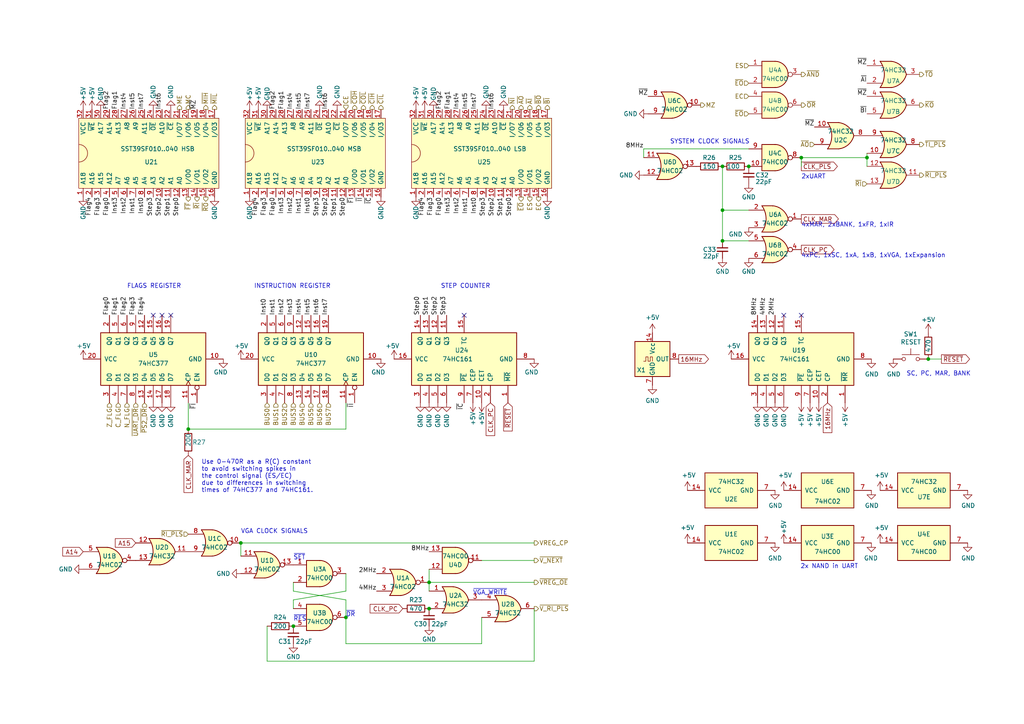
<source format=kicad_sch>
(kicad_sch (version 20231120) (generator "eeschema") (generator_version "8.0")
  (paper "A4")
  (title_block (title "Control Logic") (date "2024-10-10") (rev "1.1") (comment 2 "creativecommons.org/licenses/by-nc-sa/4.0/") (comment 3 "This work is licensed under CC BY-NC-SA 4.0") (comment 4 "Author: Carsten Herting (slu4)"))
  (lib_symbols
    (symbol "74xx:74HC00" (pin_names (offset 1.016))
      (property "Reference" "U" (at 0 1.27 0))
      (property "Value" "74HC00" (at 0 -1.27 0))
      (symbol "74HC00_1_1"
        (pin input line (at -7.62 2.54 0) (length 3.81) (name "~") (number "1"))
        (pin input line (at -7.62 -2.54 0) (length 3.81) (name "~") (number "2"))
        (pin output inverted (at 7.62 0 180) (length 3.81) (name "~") (number "3"))
      )
      (symbol "74HC00_1_2"
        (pin input inverted (at -7.62 2.54 0) (length 4.318) (name "~") (number "1"))
        (pin input inverted (at -7.62 -2.54 0) (length 4.318) (name "~") (number "2"))
        (pin output line (at 7.62 0 180) (length 3.81) (name "~") (number "3"))
      )
      (symbol "74HC00_2_1"
        (pin input line (at -7.62 2.54 0) (length 3.81) (name "~") (number "4"))
        (pin input line (at -7.62 -2.54 0) (length 3.81) (name "~") (number "5"))
        (pin output inverted (at 7.62 0 180) (length 3.81) (name "~") (number "6"))
      )
      (symbol "74HC00_2_2"
        (pin input inverted (at -7.62 2.54 0) (length 4.318) (name "~") (number "4"))
        (pin input inverted (at -7.62 -2.54 0) (length 4.318) (name "~") (number "5"))
        (pin output line (at 7.62 0 180) (length 3.81) (name "~") (number "6"))
      )
      (symbol "74HC00_3_1"
        (pin input line (at -7.62 -2.54 0) (length 3.81) (name "~") (number "10"))
        (pin output inverted (at 7.62 0 180) (length 3.81) (name "~") (number "8"))
        (pin input line (at -7.62 2.54 0) (length 3.81) (name "~") (number "9"))
      )
      (symbol "74HC00_3_2"
        (pin input inverted (at -7.62 -2.54 0) (length 4.318) (name "~") (number "10"))
        (pin output line (at 7.62 0 180) (length 3.81) (name "~") (number "8"))
        (pin input inverted (at -7.62 2.54 0) (length 4.318) (name "~") (number "9"))
      )
      (symbol "74HC00_4_1"
        (pin output inverted (at 7.62 0 180) (length 3.81) (name "~") (number "11"))
        (pin input line (at -7.62 2.54 0) (length 3.81) (name "~") (number "12"))
        (pin input line (at -7.62 -2.54 0) (length 3.81) (name "~") (number "13"))
      )
      (symbol "74HC00_4_2"
        (pin output line (at 7.62 0 180) (length 3.81) (name "~") (number "11"))
        (pin input inverted (at -7.62 2.54 0) (length 4.318) (name "~") (number "12"))
        (pin input inverted (at -7.62 -2.54 0) (length 4.318) (name "~") (number "13"))
      )
      (symbol "74HC00_5_0"
        (pin power_in line (at 0 12.7 270) (length 5.08) (name "VCC") (number "14"))
        (pin power_in line (at 0 -12.7 90) (length 5.08) (name "GND") (number "7"))
      )
    )
    (symbol "8-Bit CPU 32k-cache:74HC00" (pin_names (offset 1.016))
      (property "Reference" "U" (at 0 1.27 0))
      (property "Value" "74HC00" (at 0 -1.27 0))
      (symbol "74HC00_1_1"
        (pin input line (at -7.62 2.54 0) (length 3.81) (name "~") (number "1"))
        (pin input line (at -7.62 -2.54 0) (length 3.81) (name "~") (number "2"))
        (pin output inverted (at 7.62 0 180) (length 3.81) (name "~") (number "3"))
      )
      (symbol "74HC00_1_2"
        (pin input inverted (at -7.62 2.54 0) (length 4.318) (name "~") (number "1"))
        (pin input inverted (at -7.62 -2.54 0) (length 4.318) (name "~") (number "2"))
        (pin output line (at 7.62 0 180) (length 3.81) (name "~") (number "3"))
      )
      (symbol "74HC00_2_1"
        (pin input line (at -7.62 2.54 0) (length 3.81) (name "~") (number "4"))
        (pin input line (at -7.62 -2.54 0) (length 3.81) (name "~") (number "5"))
        (pin output inverted (at 7.62 0 180) (length 3.81) (name "~") (number "6"))
      )
      (symbol "74HC00_2_2"
        (pin input inverted (at -7.62 2.54 0) (length 4.318) (name "~") (number "4"))
        (pin input inverted (at -7.62 -2.54 0) (length 4.318) (name "~") (number "5"))
        (pin output line (at 7.62 0 180) (length 3.81) (name "~") (number "6"))
      )
      (symbol "74HC00_3_1"
        (pin input line (at -7.62 -2.54 0) (length 3.81) (name "~") (number "10"))
        (pin output inverted (at 7.62 0 180) (length 3.81) (name "~") (number "8"))
        (pin input line (at -7.62 2.54 0) (length 3.81) (name "~") (number "9"))
      )
      (symbol "74HC00_3_2"
        (pin input inverted (at -7.62 -2.54 0) (length 4.318) (name "~") (number "10"))
        (pin output line (at 7.62 0 180) (length 3.81) (name "~") (number "8"))
        (pin input inverted (at -7.62 2.54 0) (length 4.318) (name "~") (number "9"))
      )
      (symbol "74HC00_4_1"
        (pin output inverted (at 7.62 0 180) (length 3.81) (name "~") (number "11"))
        (pin input line (at -7.62 2.54 0) (length 3.81) (name "~") (number "12"))
        (pin input line (at -7.62 -2.54 0) (length 3.81) (name "~") (number "13"))
      )
      (symbol "74HC00_4_2"
        (pin output line (at 7.62 0 180) (length 3.81) (name "~") (number "11"))
        (pin input inverted (at -7.62 2.54 0) (length 4.318) (name "~") (number "12"))
        (pin input inverted (at -7.62 -2.54 0) (length 4.318) (name "~") (number "13"))
      )
      (symbol "74HC00_5_0"
        (pin power_in line (at 0 12.7 270) (length 5.08) (name "VCC") (number "14"))
        (pin power_in line (at 0 -12.7 90) (length 5.08) (name "GND") (number "7"))
      )
    )
    (symbol "8-Bit CPU 32k-cache:74HC02" (pin_names (offset 1.016))
      (property "Reference" "U" (at 0 1.27 0))
      (property "Value" "74HC02" (at 0 -1.27 0))
      (symbol "74HC02_1_1"
        (pin output inverted (at 7.62 0 180) (length 3.81) (name "~") (number "1"))
        (pin input line (at -7.62 2.54 0) (length 4.318) (name "~") (number "2"))
        (pin input line (at -7.62 -2.54 0) (length 4.318) (name "~") (number "3"))
      )
      (symbol "74HC02_1_2"
        (pin output line (at 7.62 0 180) (length 3.81) (name "~") (number "1"))
        (pin input inverted (at -7.62 2.54 0) (length 3.81) (name "~") (number "2"))
        (pin input inverted (at -7.62 -2.54 0) (length 3.81) (name "~") (number "3"))
      )
      (symbol "74HC02_2_1"
        (pin output inverted (at 7.62 0 180) (length 3.81) (name "~") (number "4"))
        (pin input line (at -7.62 2.54 0) (length 4.318) (name "~") (number "5"))
        (pin input line (at -7.62 -2.54 0) (length 4.318) (name "~") (number "6"))
      )
      (symbol "74HC02_2_2"
        (pin output line (at 7.62 0 180) (length 3.81) (name "~") (number "4"))
        (pin input inverted (at -7.62 2.54 0) (length 3.81) (name "~") (number "5"))
        (pin input inverted (at -7.62 -2.54 0) (length 3.81) (name "~") (number "6"))
      )
      (symbol "74HC02_3_1"
        (pin output inverted (at 7.62 0 180) (length 3.81) (name "~") (number "10"))
        (pin input line (at -7.62 2.54 0) (length 4.318) (name "~") (number "8"))
        (pin input line (at -7.62 -2.54 0) (length 4.318) (name "~") (number "9"))
      )
      (symbol "74HC02_3_2"
        (pin output line (at 7.62 0 180) (length 3.81) (name "~") (number "10"))
        (pin input inverted (at -7.62 2.54 0) (length 3.81) (name "~") (number "8"))
        (pin input inverted (at -7.62 -2.54 0) (length 3.81) (name "~") (number "9"))
      )
      (symbol "74HC02_4_1"
        (pin input line (at -7.62 2.54 0) (length 4.318) (name "~") (number "11"))
        (pin input line (at -7.62 -2.54 0) (length 4.318) (name "~") (number "12"))
        (pin output inverted (at 7.62 0 180) (length 3.81) (name "~") (number "13"))
      )
      (symbol "74HC02_4_2"
        (pin input inverted (at -7.62 2.54 0) (length 3.81) (name "~") (number "11"))
        (pin input inverted (at -7.62 -2.54 0) (length 3.81) (name "~") (number "12"))
        (pin output line (at 7.62 0 180) (length 3.81) (name "~") (number "13"))
      )
      (symbol "74HC02_5_0"
        (pin power_in line (at 0 12.7 270) (length 5.08) (name "VCC") (number "14"))
        (pin power_in line (at 0 -12.7 90) (length 5.08) (name "GND") (number "7"))
      )
    )
    (symbol "8-Bit CPU 32k-cache:Oscillator_ACO-xxxMHz" (pin_names (offset 0.254))
      (property "Reference" "X" (at -5.08 6.35 0))
      (property "Value" "Oscillator_ACO-xxxMHz" (at 1.27 -6.35 0))
      (symbol "Oscillator_ACO-xxxMHz_1_1"
        (pin no_connect line (at -7.62 0 0) (length 2.54) hide (name "NC") (number "1"))
        (pin power_in line (at 0 7.62 270) (length 2.54) (name "Vcc") (number "14"))
        (pin power_in line (at 0 -7.62 90) (length 2.54) (name "GND") (number "7"))
        (pin output line (at 7.62 0 180) (length 2.54) (name "OUT") (number "8"))
      )
    )
    (symbol "8-Bit CPU 32k:74HC161" (pin_names (offset 1.016))
      (property "Reference" "U" (at -7.62 16.51 0))
      (property "Value" "74HC161" (at -7.62 -16.51 0))
      (symbol "74HC161_1_0"
        (pin input line (at -12.7 -12.7 0) (length 5.08) (name "~{MR}") (number "1"))
        (pin input line (at -12.7 -5.08 0) (length 5.08) (name "CET") (number "10"))
        (pin output line (at 12.7 5.08 180) (length 5.08) (name "Q3") (number "11"))
        (pin output line (at 12.7 7.62 180) (length 5.08) (name "Q2") (number "12"))
        (pin output line (at 12.7 10.16 180) (length 5.08) (name "Q1") (number "13"))
        (pin output line (at 12.7 12.7 180) (length 5.08) (name "Q0") (number "14"))
        (pin output line (at 12.7 0 180) (length 5.08) (name "TC") (number "15"))
        (pin power_in line (at 0 20.32 270) (length 5.08) (name "VCC") (number "16"))
        (pin input line (at -12.7 -7.62 0) (length 5.08) (name "CP") (number "2"))
        (pin input line (at -12.7 12.7 0) (length 5.08) (name "D0") (number "3"))
        (pin input line (at -12.7 10.16 0) (length 5.08) (name "D1") (number "4"))
        (pin input line (at -12.7 7.62 0) (length 5.08) (name "D2") (number "5"))
        (pin input line (at -12.7 5.08 0) (length 5.08) (name "D3") (number "6"))
        (pin input line (at -12.7 -2.54 0) (length 5.08) (name "CEP") (number "7"))
        (pin power_in line (at 0 -20.32 90) (length 5.08) (name "GND") (number "8"))
        (pin input line (at -12.7 0 0) (length 5.08) (name "~{PE}") (number "9"))
      )
    )
    (symbol "8-Bit CPU 32k:74HC32" (pin_names (offset 1.016))
      (property "Reference" "U" (at 0 1.27 0))
      (property "Value" "74HC32" (at 0 -1.27 0))
      (symbol "74HC32_1_1"
        (pin input line (at -7.62 2.54 0) (length 4.318) (name "~") (number "1"))
        (pin input line (at -7.62 -2.54 0) (length 4.318) (name "~") (number "2"))
        (pin output line (at 7.62 0 180) (length 3.81) (name "~") (number "3"))
      )
      (symbol "74HC32_1_2"
        (pin input inverted (at -7.62 2.54 0) (length 3.81) (name "~") (number "1"))
        (pin input inverted (at -7.62 -2.54 0) (length 3.81) (name "~") (number "2"))
        (pin output inverted (at 7.62 0 180) (length 3.81) (name "~") (number "3"))
      )
      (symbol "74HC32_2_1"
        (pin input line (at -7.62 2.54 0) (length 4.318) (name "~") (number "4"))
        (pin input line (at -7.62 -2.54 0) (length 4.318) (name "~") (number "5"))
        (pin output line (at 7.62 0 180) (length 3.81) (name "~") (number "6"))
      )
      (symbol "74HC32_2_2"
        (pin input inverted (at -7.62 2.54 0) (length 3.81) (name "~") (number "4"))
        (pin input inverted (at -7.62 -2.54 0) (length 3.81) (name "~") (number "5"))
        (pin output inverted (at 7.62 0 180) (length 3.81) (name "~") (number "6"))
      )
      (symbol "74HC32_3_1"
        (pin input line (at -7.62 -2.54 0) (length 4.318) (name "~") (number "10"))
        (pin output line (at 7.62 0 180) (length 3.81) (name "~") (number "8"))
        (pin input line (at -7.62 2.54 0) (length 4.318) (name "~") (number "9"))
      )
      (symbol "74HC32_3_2"
        (pin input inverted (at -7.62 -2.54 0) (length 3.81) (name "~") (number "10"))
        (pin output inverted (at 7.62 0 180) (length 3.81) (name "~") (number "8"))
        (pin input inverted (at -7.62 2.54 0) (length 3.81) (name "~") (number "9"))
      )
      (symbol "74HC32_4_1"
        (pin output line (at 7.62 0 180) (length 3.81) (name "~") (number "11"))
        (pin input line (at -7.62 2.54 0) (length 4.318) (name "~") (number "12"))
        (pin input line (at -7.62 -2.54 0) (length 4.318) (name "~") (number "13"))
      )
      (symbol "74HC32_4_2"
        (pin output inverted (at 7.62 0 180) (length 3.81) (name "~") (number "11"))
        (pin input inverted (at -7.62 2.54 0) (length 3.81) (name "~") (number "12"))
        (pin input inverted (at -7.62 -2.54 0) (length 3.81) (name "~") (number "13"))
      )
      (symbol "74HC32_5_0"
        (pin power_in line (at 0 12.7 270) (length 5.08) (name "VCC") (number "14"))
        (pin power_in line (at 0 -12.7 90) (length 5.08) (name "GND") (number "7"))
      )
    )
    (symbol "8-Bit CPU 32k:74HC377" (pin_names (offset 1.016))
      (property "Reference" "U" (at 1.27 0 90))
      (property "Value" "74HC377" (at -1.27 0 90))
      (symbol "74HC377_1_0"
        (pin input inverted (at -12.7 -12.7 0) (length 5.08) (name "EN") (number "1"))
        (pin power_in line (at 0 -20.32 90) (length 5.08) (name "GND") (number "10"))
        (pin input clock (at -12.7 -10.16 0) (length 5.08) (name "CP") (number "11"))
        (pin output line (at 12.7 2.54 180) (length 5.08) (name "Q4") (number "12"))
        (pin input line (at -12.7 2.54 0) (length 5.08) (name "D4") (number "13"))
        (pin input line (at -12.7 0 0) (length 5.08) (name "D5") (number "14"))
        (pin output line (at 12.7 0 180) (length 5.08) (name "Q5") (number "15"))
        (pin output line (at 12.7 -2.54 180) (length 5.08) (name "Q6") (number "16"))
        (pin input line (at -12.7 -2.54 0) (length 5.08) (name "D6") (number "17"))
        (pin input line (at -12.7 -5.08 0) (length 5.08) (name "D7") (number "18"))
        (pin output line (at 12.7 -5.08 180) (length 5.08) (name "Q7") (number "19"))
        (pin output line (at 12.7 12.7 180) (length 5.08) (name "Q0") (number "2"))
        (pin power_in line (at 0 20.32 270) (length 5.08) (name "VCC") (number "20"))
        (pin input line (at -12.7 12.7 0) (length 5.08) (name "D0") (number "3"))
        (pin input line (at -12.7 10.16 0) (length 5.08) (name "D1") (number "4"))
        (pin output line (at 12.7 10.16 180) (length 5.08) (name "Q1") (number "5"))
        (pin output line (at 12.7 7.62 180) (length 5.08) (name "Q2") (number "6"))
        (pin input line (at -12.7 7.62 0) (length 5.08) (name "D2") (number "7"))
        (pin input line (at -12.7 5.08 0) (length 5.08) (name "D3") (number "8"))
        (pin output line (at 12.7 5.08 180) (length 5.08) (name "Q3") (number "9"))
      )
    )
    (symbol "8-Bit CPU 32k:SST39SF040A" (pin_names (offset 1.016))
      (property "Reference" "U" (at -1.27 2.54 90))
      (property "Value" "SST39SF040A" (at 2.54 2.54 90))
      (symbol "SST39SF040A_1_1"
        (pin input line (at -12.7 22.86 0) (length 2.54) (name "A18") (number "1"))
        (pin input line (at -12.7 0 0) (length 2.54) (name "A2") (number "10"))
        (pin input line (at -12.7 -2.54 0) (length 2.54) (name "A1") (number "11"))
        (pin input line (at -12.7 -5.08 0) (length 2.54) (name "A0") (number "12"))
        (pin bidirectional line (at -12.7 -7.62 0) (length 2.54) (name "I/O0") (number "13"))
        (pin bidirectional line (at -12.7 -10.16 0) (length 2.54) (name "I/O1") (number "14"))
        (pin bidirectional line (at -12.7 -12.7 0) (length 2.54) (name "I/O2") (number "15"))
        (pin power_in line (at -12.7 -15.24 0) (length 2.54) (name "GND") (number "16"))
        (pin bidirectional line (at 12.7 -15.24 180) (length 2.54) (name "I/O3") (number "17"))
        (pin bidirectional line (at 12.7 -12.7 180) (length 2.54) (name "I/O4") (number "18"))
        (pin bidirectional line (at 12.7 -10.16 180) (length 2.54) (name "I/O5") (number "19"))
        (pin input line (at -12.7 20.32 0) (length 2.54) (name "A16") (number "2"))
        (pin bidirectional line (at 12.7 -7.62 180) (length 2.54) (name "I/O6") (number "20"))
        (pin bidirectional line (at 12.7 -5.08 180) (length 2.54) (name "I/O7") (number "21"))
        (pin input line (at 12.7 -2.54 180) (length 2.54) (name "~{CE}") (number "22"))
        (pin input line (at 12.7 0 180) (length 2.54) (name "A10") (number "23"))
        (pin input line (at 12.7 2.54 180) (length 2.54) (name "~{OE}") (number "24"))
        (pin input line (at 12.7 5.08 180) (length 2.54) (name "A11") (number "25"))
        (pin input line (at 12.7 7.62 180) (length 2.54) (name "A9") (number "26"))
        (pin input line (at 12.7 10.16 180) (length 2.54) (name "A8") (number "27"))
        (pin input line (at 12.7 12.7 180) (length 2.54) (name "A13") (number "28"))
        (pin input line (at 12.7 15.24 180) (length 2.54) (name "A14") (number "29"))
        (pin input line (at -12.7 17.78 0) (length 2.54) (name "A15") (number "3"))
        (pin input line (at 12.7 17.78 180) (length 2.54) (name "A17") (number "30"))
        (pin input line (at 12.7 20.32 180) (length 2.54) (name "~{WE}") (number "31"))
        (pin power_in line (at 12.7 22.86 180) (length 2.54) (name "VCC") (number "32"))
        (pin input line (at -12.7 15.24 0) (length 2.54) (name "A12") (number "4"))
        (pin input line (at -12.7 12.7 0) (length 2.54) (name "A7") (number "5"))
        (pin input line (at -12.7 10.16 0) (length 2.54) (name "A6") (number "6"))
        (pin input line (at -12.7 7.62 0) (length 2.54) (name "A5") (number "7"))
        (pin input line (at -12.7 5.08 0) (length 2.54) (name "A4") (number "8"))
        (pin input line (at -12.7 2.54 0) (length 2.54) (name "A3") (number "9"))
      )
    )
    (symbol "Device:C_Small" (pin_numbers hide) (pin_names (offset 0.254) hide)
      (property "Reference" "C" (at 0.254 1.778 0))
      (property "Value" "C_Small" (at 0.254 -2.032 0))
      (symbol "C_Small_1_1"
        (pin passive line (at 0 2.54 270) (length 2.032) (name "~") (number "1"))
        (pin passive line (at 0 -2.54 90) (length 2.032) (name "~") (number "2"))
      )
    )
    (symbol "Device:R" (pin_numbers hide) (pin_names (offset 0))
      (property "Reference" "R" (at 2.032 0 90))
      (property "Value" "R" (at 0 0 90))
      (symbol "R_1_1"
        (pin passive line (at 0 3.81 270) (length 1.27) (name "~") (number "1"))
        (pin passive line (at 0 -3.81 90) (length 1.27) (name "~") (number "2"))
      )
    )
    (symbol "Switch:SW_Push" (pin_numbers hide) (pin_names (offset 1.016) hide)
      (property "Reference" "SW" (at 1.27 2.54 0))
      (property "Value" "SW_Push" (at 0 -1.524 0))
      (symbol "SW_Push_0_1"
        (pin passive line (at -5.08 0 0) (length 2.54) (name "1") (number "1"))
        (pin passive line (at 5.08 0 180) (length 2.54) (name "2") (number "2"))
      )
    )
    (symbol "power:+5V" (power) (pin_names (offset 0))
      (property "Value" "+5V" (at 0 3.556 0))
      (symbol "+5V_1_1"
        (pin power_in line (at 0 0 90) (length 0) hide (name "+5V") (number "1"))
      )
    )
    (symbol "power:GND" (power) (pin_names (offset 0))
      (property "Value" "GND" (at 0 -3.81 0))
      (symbol "GND_1_1"
        (pin power_in line (at 0 0 270) (length 0) hide (name "GND") (number "1"))
      )
    )
  )
  (junction (at 209.55 69.85))
  (junction (at 217.17 48.26))
  (junction (at 209.55 48.26))
  (junction (at 69.85 157.48))
  (junction (at 269.24 104.14))
  (junction (at 100.33 179.07))
  (junction (at 124.46 168.91))
  (junction (at 124.46 176.53))
  (junction (at 209.55 60.96))
  (junction (at 232.41 45.72))
  (junction (at 54.61 124.46))
  (junction (at 251.46 45.72))
  (junction (at 85.09 181.61))
  (no_connect (at 227.33 91.44))
  (no_connect (at 49.53 91.44))
  (no_connect (at 44.45 91.44))
  (no_connect (at 46.99 91.44))
  (no_connect (at 232.41 91.44))
  (no_connect (at 134.62 91.44))
  (wire (pts (xy 85.09 176.53) (xy 85.09 173.99)))
  (wire (pts (xy 54.61 116.84) (xy 54.61 124.46)))
  (wire (pts (xy 186.69 43.18) (xy 217.17 43.18)))
  (wire (pts (xy 85.09 171.45) (xy 100.33 173.99)))
  (wire (pts (xy 69.85 157.48) (xy 69.85 161.29)))
  (wire (pts (xy 124.46 171.45) (xy 124.46 168.91)))
  (wire (pts (xy 100.33 179.07) (xy 100.33 186.69)))
  (wire (pts (xy 232.41 48.26) (xy 232.41 45.72)))
  (wire (pts (xy 77.47 181.61) (xy 77.47 191.77)))
  (wire (pts (xy 209.55 60.96) (xy 217.17 60.96)))
  (wire (pts (xy 100.33 171.45) (xy 100.33 166.37)))
  (wire (pts (xy 100.33 124.46) (xy 100.33 116.84)))
  (wire (pts (xy 77.47 191.77) (xy 154.94 191.77)))
  (wire (pts (xy 273.05 104.14) (xy 269.24 104.14)))
  (wire (pts (xy 251.46 45.72) (xy 251.46 44.45)))
  (wire (pts (xy 54.61 124.46) (xy 100.33 124.46)))
  (wire (pts (xy 85.09 168.91) (xy 85.09 171.45)))
  (wire (pts (xy 209.55 48.26) (xy 209.55 60.96)))
  (wire (pts (xy 154.94 168.91) (xy 124.46 168.91)))
  (wire (pts (xy 154.94 176.53) (xy 154.94 191.77)))
  (wire (pts (xy 209.55 60.96) (xy 209.55 69.85)))
  (wire (pts (xy 154.94 162.56) (xy 139.7 162.56)))
  (wire (pts (xy 186.69 45.72) (xy 186.69 43.18)))
  (wire (pts (xy 139.7 179.07) (xy 139.7 186.69)))
  (wire (pts (xy 139.7 186.69) (xy 100.33 186.69)))
  (wire (pts (xy 100.33 173.99) (xy 100.33 179.07)))
  (wire (pts (xy 85.09 173.99) (xy 100.33 171.45)))
  (wire (pts (xy 232.41 45.72) (xy 251.46 45.72)))
  (wire (pts (xy 154.94 157.48) (xy 69.85 157.48)))
  (wire (pts (xy 251.46 48.26) (xy 251.46 45.72)))
  (wire (pts (xy 209.55 69.85) (xy 217.17 69.85)))
  (wire (pts (xy 124.46 168.91) (xy 124.46 165.1)))
  (text "SYSTEM CLOCK SIGNALS" (at 194.31 41.91 0) (effects (font (size 1.27 1.27)) (justify left bottom)))
  (text "VGA CLOCK SIGNALS" (at 69.85 154.94 0) (effects (font (size 1.27 1.27)) (justify left bottom)))
  (text "4xPC, 1xSC, 1xA, 1xB, 1xVGA, 1xExpansion" (at 232.41 74.93 0) (effects (font (size 1.27 1.27)) (justify left bottom)))
  (text "~{VGA_WRITE}" (at 137.16 172.72 0) (effects (font (size 1.27 1.27)) (justify left bottom)))
  (text "~{SET}" (at 85.09 162.56 0) (effects (font (size 1.27 1.27)) (justify left bottom)))
  (text "2xUART" (at 232.41 52.07 0) (effects (font (size 1.27 1.27)) (justify left bottom)))
  (text "SC, PC, MAR, BANK\n" (at 262.89 109.22 0) (effects (font (size 1.27 1.27)) (justify left bottom)))
  (text "INSTRUCTION REGISTER" (at 73.66 83.82 0) (effects (font (size 1.27 1.27)) (justify left bottom)))
  (text "4xMAR, 2xBANK, 1xFR, 1xIR" (at 232.41 66.04 0) (effects (font (size 1.27 1.27)) (justify left bottom)))
  (text "2x NAND in UART" (at 248.92 165.1 0) (effects (font (size 1.27 1.27)) (justify right bottom)))
  (text "~{RES}" (at 85.09 180.34 0) (effects (font (size 1.27 1.27)) (justify left bottom)))
  (text "STEP COUNTER" (at 142.24 83.82 0) (effects (font (size 1.27 1.27)) (justify right bottom)))
  (text "FLAGS REGISTER" (at 36.83 83.82 0) (effects (font (size 1.27 1.27)) (justify left bottom)))
  (text "Use 0-470R as a R(C) constant\nto avoid switching spikes in\nthe control signal (ES/EC)\ndue to differences in switching\ntimes of 74HC377 and 74HC161." (at 58.42 133.35 0) (effects (font (size 1.27 1.27)) (justify left top)))
  (text "~{DR}" (at 100.33 179.07 0) (effects (font (size 1.27 1.27)) (justify left bottom)))
  (label "Inst0" (at 77.47 91.44 90))
  (label "Flag1" (at 82.55 31.75 90))
  (label "Inst5" (at 87.63 31.75 90))
  (label "Inst6" (at 95.25 31.75 90))
  (label "Step0" (at 52.07 57.15 270))
  (label "8MHz" (at 186.69 43.18 180))
  (label "Inst6" (at 143.51 31.75 90))
  (label "Step1" (at 49.53 57.15 270))
  (label "Step2" (at 95.25 57.15 270))
  (label "Inst7" (at 41.91 31.75 90))
  (label "Inst2" (at 36.83 57.15 270))
  (label "Inst4" (at 85.09 31.75 90))
  (label "~{MZ}" (at 251.46 19.05 180))
  (label "Flag2" (at 128.27 31.75 90))
  (label "Flag2" (at 80.01 31.75 90))
  (label "Inst3" (at 130.81 57.15 270))
  (label "Inst5" (at 90.17 91.44 90))
  (label "~{IC}" (at 134.62 116.84 270))
  (label "Step0" (at 100.33 57.15 270))
  (label "Flag2" (at 31.75 31.75 90))
  (label "Flag4" (at 123.19 57.15 270))
  (label "Flag1" (at 34.29 91.44 90))
  (label "Flag3" (at 125.73 57.15 270))
  (label "4MHz" (at 222.25 91.44 90))
  (label "~{MZ}" (at 236.22 36.83 180))
  (label "Step3" (at 92.71 57.15 270))
  (label "Step2" (at 46.99 57.15 270))
  (label "Inst1" (at 87.63 57.15 270))
  (label "~{FI}" (at 57.15 116.84 270))
  (label "~{MZ}" (at 57.15 31.75 90))
  (label "Flag0" (at 31.75 91.44 90))
  (label "Flag0" (at 31.75 57.15 270))
  (label "Inst1" (at 80.01 91.44 90))
  (label "Inst0" (at 138.43 57.15 270))
  (label "Inst2" (at 133.35 57.15 270))
  (label "Inst2" (at 85.09 57.15 270))
  (label "Inst7" (at 95.25 91.44 90))
  (label "Inst6" (at 46.99 31.75 90))
  (label "8MHz" (at 124.46 160.02 180))
  (label "Flag3" (at 77.47 57.15 270))
  (label "Inst5" (at 39.37 31.75 90))
  (label "Inst3" (at 85.09 91.44 90))
  (label "~{II}" (at 105.41 57.15 270))
  (label "Inst3" (at 82.55 57.15 270))
  (label "Step1" (at 124.46 91.44 90))
  (label "Inst2" (at 82.55 91.44 90))
  (label "Flag4" (at 74.93 57.15 270))
  (label "8MHz" (at 219.71 91.44 90))
  (label "~{MZ}" (at 187.96 27.94 180))
  (label "Flag1" (at 34.29 31.75 90))
  (label "Step0" (at 148.59 57.15 270))
  (label "Flag4" (at 26.67 57.15 270))
  (label "Flag3" (at 39.37 91.44 90))
  (label "Flag2" (at 36.83 91.44 90))
  (label "Step1" (at 146.05 57.15 270))
  (label "~{BI}" (at 251.46 33.02 180))
  (label "Flag3" (at 29.21 57.15 270))
  (label "Inst4" (at 36.83 31.75 90))
  (label "Step0" (at 121.92 91.44 90))
  (label "~{AI}" (at 251.46 24.13 180))
  (label "4MHz" (at 109.22 171.45 180))
  (label "2MHz" (at 224.79 91.44 90))
  (label "Inst1" (at 135.89 57.15 270))
  (label "~{MZ}" (at 251.46 27.94 180))
  (label "Inst6" (at 92.71 91.44 90))
  (label "Flag4" (at 41.91 91.44 90))
  (label "Step3" (at 140.97 57.15 270))
  (label "Step3" (at 129.54 91.44 90))
  (label "~{FI}" (at 102.87 57.15 270))
  (label "Inst5" (at 135.89 31.75 90))
  (label "Flag1" (at 130.81 31.75 90))
  (label "Inst0" (at 41.91 57.15 270))
  (label "Inst3" (at 34.29 57.15 270))
  (label "Inst4" (at 133.35 31.75 90))
  (label "Step2" (at 127 91.44 90))
  (label "Inst7" (at 138.43 31.75 90))
  (label "Step3" (at 44.45 57.15 270))
  (label "Inst0" (at 90.17 57.15 270))
  (label "~{II}" (at 102.87 116.84 270))
  (label "Step2" (at 143.51 57.15 270))
  (label "2MHz" (at 109.22 166.37 180))
  (label "Inst7" (at 90.17 31.75 90))
  (label "Flag0" (at 80.01 57.15 270))
  (label "Inst1" (at 39.37 57.15 270))
  (label "~{IC}" (at 107.95 57.15 270))
  (label "Flag0" (at 128.27 57.15 270))
  (label "Inst4" (at 87.63 91.44 90))
  (label "Step1" (at 97.79 57.15 270))
  (global_label "CLK_PC" (shape output) (at 232.41 72.39 0) (property "Intersheetrefs" "${INTERSHEET_REFS}" (effects (hide yes))))
  (global_label "~{RESET}" (shape input) (at 147.32 116.84 270) (property "Intersheetrefs" "${INTERSHEET_REFS}" (effects (hide yes))))
  (global_label "A15" (shape input) (at 39.37 157.48 180) (property "Intersheetrefs" "${INTERSHEET_REFS}" (effects (hide yes))))
  (global_label "A14" (shape input) (at 24.13 160.02 180) (property "Intersheetrefs" "${INTERSHEET_REFS}" (effects (hide yes))))
  (global_label "~{CLK_PLS}" (shape output) (at 232.41 48.26 0) (property "Intersheetrefs" "${INTERSHEET_REFS}" (effects (hide yes))))
  (global_label "CLK_MAR" (shape output) (at 232.41 63.5 0) (property "Intersheetrefs" "${INTERSHEET_REFS}" (effects (hide yes))))
  (global_label "~{RESET}" (shape output) (at 273.05 104.14 0) (property "Intersheetrefs" "${INTERSHEET_REFS}" (effects (hide yes))))
  (global_label "CLK_PC" (shape input) (at 142.24 116.84 270) (property "Intersheetrefs" "${INTERSHEET_REFS}" (effects (hide yes))))
  (global_label "CLK_MAR" (shape input) (at 54.61 132.08 270) (property "Intersheetrefs" "${INTERSHEET_REFS}" (effects (hide yes))))
  (global_label "CLK_PC" (shape input) (at 116.84 176.53 180) (property "Intersheetrefs" "${INTERSHEET_REFS}" (effects (hide yes))))
  (global_label "16MHz" (shape input) (at 240.03 116.84 270) (property "Intersheetrefs" "${INTERSHEET_REFS}" (effects (hide yes))))
  (global_label "16MHz" (shape output) (at 196.85 104.14 0) (property "Intersheetrefs" "${INTERSHEET_REFS}" (effects (hide yes))))
  (hierarchical_label "~{RI_PLS}" (shape output) (at 266.7 50.8 0))
  (hierarchical_label "~{PS2_DR}" (shape input) (at 41.91 116.84 270))
  (hierarchical_label "~{AO}" (shape output) (at 151.13 31.75 90))
  (hierarchical_label "~{V_NEXT}" (shape output) (at 154.94 162.56 0))
  (hierarchical_label "BUS6" (shape input) (at 92.71 116.84 270))
  (hierarchical_label "~{CIH}" (shape output) (at 107.95 31.75 90))
  (hierarchical_label "CE" (shape input) (at 100.33 31.75 90))
  (hierarchical_label "BUS2" (shape input) (at 82.55 116.84 270))
  (hierarchical_label "BUS5" (shape input) (at 90.17 116.84 270))
  (hierarchical_label "~{EO}" (shape output) (at 151.13 57.15 270))
  (hierarchical_label "~{CIL}" (shape output) (at 110.49 31.75 90))
  (hierarchical_label "ES" (shape input) (at 217.17 19.05 180))
  (hierarchical_label "~{MIH}" (shape output) (at 59.69 31.75 90))
  (hierarchical_label "BUS3" (shape input) (at 85.09 116.84 270))
  (hierarchical_label "~{RI}" (shape input) (at 251.46 53.34 180))
  (hierarchical_label "ES" (shape output) (at 153.67 57.15 270))
  (hierarchical_label "EC" (shape input) (at 217.17 27.94 180))
  (hierarchical_label "~{EO}" (shape input) (at 217.17 33.02 180))
  (hierarchical_label "~{VREG_OE}" (shape output) (at 154.94 168.91 0))
  (hierarchical_label "~{KO}" (shape output) (at 266.7 30.48 0))
  (hierarchical_label "MC" (shape output) (at 54.61 31.75 90))
  (hierarchical_label "~{COH}" (shape output) (at 102.87 31.75 90))
  (hierarchical_label "~{FF}" (shape output) (at 54.61 57.15 270))
  (hierarchical_label "BUS0" (shape input) (at 77.47 116.84 270))
  (hierarchical_label "~{V_RI_PLS}" (shape output) (at 154.94 176.53 0))
  (hierarchical_label "~{AND}" (shape output) (at 232.41 21.59 0))
  (hierarchical_label "EC" (shape output) (at 156.21 57.15 270))
  (hierarchical_label "~{OR}" (shape output) (at 232.41 30.48 0))
  (hierarchical_label "BUS7" (shape input) (at 95.25 116.84 270))
  (hierarchical_label "ME" (shape output) (at 52.07 31.75 90))
  (hierarchical_label "~{RO}" (shape output) (at 59.69 57.15 270))
  (hierarchical_label "Z_FLG" (shape input) (at 31.75 116.84 270))
  (hierarchical_label "VREG_CP" (shape output) (at 154.94 157.48 0))
  (hierarchical_label "~{AI}" (shape output) (at 153.67 31.75 90))
  (hierarchical_label "~{TI_PLS}" (shape output) (at 266.7 41.91 0))
  (hierarchical_label "N_FLG" (shape input) (at 36.83 116.84 270))
  (hierarchical_label "~{UART_DR}" (shape input) (at 39.37 116.84 270))
  (hierarchical_label "~{BI}" (shape output) (at 158.75 31.75 90))
  (hierarchical_label "~{RI_PLS}" (shape input) (at 54.61 154.94 180))
  (hierarchical_label "~{TO}" (shape output) (at 266.7 21.59 0))
  (hierarchical_label "~{AO}" (shape input) (at 236.22 41.91 180))
  (hierarchical_label "BUS4" (shape input) (at 87.63 116.84 270))
  (hierarchical_label "C_FLG" (shape input) (at 34.29 116.84 270))
  (hierarchical_label "MZ" (shape output) (at 203.2 30.48 0))
  (hierarchical_label "~{NI}" (shape output) (at 148.59 31.75 90))
  (hierarchical_label "~{COL}" (shape output) (at 105.41 31.75 90))
  (hierarchical_label "~{RI}" (shape output) (at 57.15 57.15 270))
  (hierarchical_label "~{BO}" (shape output) (at 156.21 31.75 90))
  (hierarchical_label "BUS1" (shape input) (at 80.01 116.84 270))
  (hierarchical_label "~{EO}" (shape input) (at 217.17 24.13 180))
  (hierarchical_label "~{MIL}" (shape output) (at 62.23 31.75 90))
  (symbol (lib_id "power:GND") (at 146.05 31.75 180) (unit 1)
    (property "Reference" "#PWR0111" (effects (hide yes)))
    (property "Value" "GND" (at 146.05 26.67 90))
  )
  (symbol (lib_id "power:GND") (at 97.79 31.75 180) (unit 1)
    (property "Reference" "#PWR089" (effects (hide yes)))
    (property "Value" "GND" (at 97.79 26.67 90))
  )
  (symbol (lib_id "8-Bit CPU 32k:74HC161") (at 134.62 104.14 90) (unit 1)
    (property "Reference" "U24" (at 135.89 101.6 90) (effects (justify left)))
    (property "Value" "74HC161" (at 137.16 104.14 90) (effects (justify left)))
    (property "Footprint" "Package_DIP:DIP-16_W7.62mm_Socket" (effects (hide yes)))
    (property "Datasheet" "http://www.ti.com/lit/gpn/sn74LS161" (effects (hide yes)))
  )
  (symbol (lib_id "power:GND") (at 92.71 31.75 180) (unit 1)
    (property "Reference" "#PWR087" (effects (hide yes)))
    (property "Value" "GND" (at 92.71 26.67 90))
  )
  (symbol (lib_id "power:GND") (at 140.97 31.75 180) (unit 1)
    (property "Reference" "#PWR0107" (effects (hide yes)))
    (property "Value" "GND" (at 140.97 26.67 90))
  )
  (symbol (lib_id "power:+5V") (at 74.93 31.75 0) (unit 1)
    (property "Reference" "#PWR084" (effects (hide yes)))
    (property "Value" "+5V" (at 74.93 29.21 90) (effects (justify left)))
  )
  (symbol (lib_id "power:+5V") (at 123.19 31.75 0) (unit 1)
    (property "Reference" "#PWR098" (effects (hide yes)))
    (property "Value" "+5V" (at 123.19 29.21 90) (effects (justify left)))
  )
  (symbol (lib_id "power:GND") (at 158.75 57.15 0) (unit 1)
    (property "Reference" "#PWR0113" (effects (hide yes)))
    (property "Value" "GND" (at 158.75 59.69 90) (effects (justify right)))
  )
  (symbol (lib_id "power:GND") (at 154.94 104.14 0) (unit 1)
    (property "Reference" "#PWR0112" (effects (hide yes)))
    (property "Value" "GND" (at 156.21 107.95 0) (effects (justify right)))
  )
  (symbol (lib_id "power:+5V") (at 114.3 104.14 0) (unit 1)
    (property "Reference" "#PWR094" (effects (hide yes)))
    (property "Value" "+5V" (at 111.76 100.33 0) (effects (justify left)))
  )
  (symbol (lib_id "power:GND") (at 110.49 57.15 0) (unit 1)
    (property "Reference" "#PWR092" (effects (hide yes)))
    (property "Value" "GND" (at 110.49 59.69 90) (effects (justify right)))
  )
  (symbol (lib_id "power:+5V") (at 137.16 116.84 180) (unit 1)
    (property "Reference" "#PWR0106" (effects (hide yes)))
    (property "Value" "+5V" (at 137.16 119.38 90) (effects (justify left)))
  )
  (symbol (lib_id "power:+5V") (at 139.7 116.84 180) (unit 1)
    (property "Reference" "#PWR0108" (effects (hide yes)))
    (property "Value" "+5V" (at 139.7 119.38 90) (effects (justify left)))
  )
  (symbol (lib_id "power:+5V") (at 72.39 31.75 0) (unit 1)
    (property "Reference" "#PWR082" (effects (hide yes)))
    (property "Value" "+5V" (at 72.39 29.21 90) (effects (justify left)))
  )
  (symbol (lib_id "power:+5V") (at 120.65 31.75 0) (unit 1)
    (property "Reference" "#PWR096" (effects (hide yes)))
    (property "Value" "+5V" (at 120.65 29.21 90) (effects (justify left)))
  )
  (symbol (lib_id "power:+5V") (at 199.39 157.48 0) (mirror y) (unit 1)
    (property "Reference" "#PWR088" (effects (hide yes)))
    (property "Value" "+5V" (at 199.39 153.035 0))
  )
  (symbol (lib_id "8-Bit CPU 32k-cache:74HC00") (at 92.71 166.37 0) (unit 1)
    (property "Reference" "U3" (at 92.71 165.1031 0))
    (property "Value" "74HC00" (at 92.71 167.64 0))
    (property "Footprint" "Package_DIP:DIP-14_W7.62mm_Socket" (effects (hide yes)))
  )
  (symbol (lib_id "power:GND") (at 85.09 186.69 0) (unit 1)
    (property "Reference" "#PWR0116" (effects (hide yes)))
    (property "Value" "GND" (at 85.09 190.5 0))
  )
  (symbol (lib_id "power:GND") (at 46.99 116.84 0) (unit 1)
    (property "Reference" "#PWR0162" (effects (hide yes)))
    (property "Value" "GND" (at 46.99 120.015 90) (effects (justify right)))
  )
  (symbol (lib_id "8-Bit CPU 32k:SST39SF040A") (at 46.99 44.45 90) (unit 1)
    (property "Reference" "U21" (at 41.91 46.99 90) (effects (justify right)))
    (property "Value" "SST39SF010..040 HSB" (at 34.925 43.18 90) (effects (justify right)))
    (property "Footprint" "Package_DIP:DIP-32_W15.24mm_Socket" (effects (hide yes)))
  )
  (symbol (lib_id "8-Bit CPU 32k-cache:74HC00") (at 224.79 45.72 0) (unit 3)
    (property "Reference" "U4" (at 224.79 44.4531 0))
    (property "Value" "74HC00" (at 224.79 46.99 0))
    (property "Footprint" "Package_DIP:DIP-14_W7.62mm_Socket" (effects (hide yes)))
  )
  (symbol (lib_id "8-Bit CPU 32k-cache:74HC02") (at 62.23 157.48 0) (unit 3)
    (property "Reference" "U1" (at 62.23 156.2131 0))
    (property "Value" "74HC02" (at 62.23 158.75 0))
    (property "Footprint" "Package_DIP:DIP-14_W7.62mm_Socket" (effects (hide yes)))
  )
  (symbol (lib_id "power:GND") (at 49.53 116.84 0) (unit 1)
    (property "Reference" "#PWR0171" (effects (hide yes)))
    (property "Value" "GND" (at 49.53 120.015 90) (effects (justify right)))
  )
  (symbol (lib_id "8-Bit CPU 32k-cache:74HC02") (at 31.75 162.56 0) (unit 2)
    (property "Reference" "U1" (at 31.75 161.2931 0))
    (property "Value" "74HC02" (at 31.75 163.83 0))
    (property "Footprint" "Package_DIP:DIP-14_W7.62mm_Socket" (effects (hide yes)))
  )
  (symbol (lib_id "power:GND") (at 217.17 53.34 0) (unit 1)
    (property "Reference" "#PWR0110" (effects (hide yes)))
    (property "Value" "GND" (at 217.17 57.15 0))
  )
  (symbol (lib_id "power:GND") (at 72.39 57.15 0) (unit 1)
    (property "Reference" "#PWR083" (effects (hide yes)))
    (property "Value" "GND" (at 72.39 59.69 90) (effects (justify right)))
  )
  (symbol (lib_id "power:GND") (at 62.23 57.15 0) (unit 1)
    (property "Reference" "#PWR078" (effects (hide yes)))
    (property "Value" "GND" (at 62.23 59.69 90) (effects (justify right)))
  )
  (symbol (lib_id "power:GND") (at 127 116.84 0) (unit 1)
    (property "Reference" "#PWR0103" (effects (hide yes)))
    (property "Value" "GND" (at 127 120.015 90) (effects (justify right)))
  )
  (symbol (lib_id "power:+5V") (at 26.67 31.75 0) (unit 1)
    (property "Reference" "#PWR063" (effects (hide yes)))
    (property "Value" "+5V" (at 26.67 29.21 90) (effects (justify left)))
  )
  (symbol (lib_id "power:+5V") (at 212.09 104.14 0) (mirror y) (unit 1)
    (property "Reference" "#PWR060" (effects (hide yes)))
    (property "Value" "+5V" (at 212.725 100.33 0))
  )
  (symbol (lib_id "8-Bit CPU 32k:74HC32") (at 259.08 30.48 0) (unit 2)
    (property "Reference" "U7" (at 259.08 32.385 0))
    (property "Value" "74HC32" (at 259.08 29.21 0))
    (property "Footprint" "Package_DIP:DIP-14_W7.62mm_Socket" (effects (hide yes)))
    (property "Datasheet" "http://www.ti.com/lit/gpn/sn74LS32" (effects (hide yes)))
  )
  (symbol (lib_id "power:GND") (at 121.92 116.84 0) (unit 1)
    (property "Reference" "#PWR0100" (effects (hide yes)))
    (property "Value" "GND" (at 121.92 120.015 90) (effects (justify right)))
  )
  (symbol (lib_id "Device:R") (at 213.36 48.26 90) (mirror x) (unit 1)
    (property "Reference" "R25" (at 215.265 45.72 90) (effects (justify left)))
    (property "Value" "100" (at 214.63 48.26 90) (effects (justify left)))
    (property "Footprint" "Resistor_THT:R_Axial_DIN0207_L6.3mm_D2.5mm_P7.62mm_Horizontal" (effects (hide yes)))
  )
  (symbol (lib_id "power:+5V") (at 245.11 116.84 0) (mirror x) (unit 1)
    (property "Reference" "#PWR075" (effects (hide yes)))
    (property "Value" "+5V" (at 245.11 121.92 90))
  )
  (symbol (lib_id "8-Bit CPU 32k-cache:74HC02") (at 224.79 72.39 0) (unit 2)
    (property "Reference" "U6" (at 224.79 71.1231 0))
    (property "Value" "74HC02" (at 224.79 73.66 0))
    (property "Footprint" "Package_DIP:DIP-14_W7.62mm_Socket" (effects (hide yes)))
  )
  (symbol (lib_id "power:GND") (at 187.96 33.02 270) (unit 1)
    (property "Reference" "#PWR0157" (effects (hide yes)))
    (property "Value" "GND" (at 182.88 33.02 90))
  )
  (symbol (lib_id "power:GND") (at 252.73 157.48 0) (mirror y) (unit 1)
    (property "Reference" "#PWR0114" (effects (hide yes)))
    (property "Value" "GND" (at 252.603 161.8742 0))
  )
  (symbol (lib_id "Device:R") (at 205.74 48.26 90) (mirror x) (unit 1)
    (property "Reference" "R26" (at 207.645 45.72 90) (effects (justify left)))
    (property "Value" "150" (at 207.645 48.26 90) (effects (justify left)))
    (property "Footprint" "Resistor_THT:R_Axial_DIN0207_L6.3mm_D2.5mm_P7.62mm_Horizontal" (effects (hide yes)))
  )
  (symbol (lib_id "8-Bit CPU 32k-cache:74HC02") (at 224.79 63.5 0) (unit 1)
    (property "Reference" "U6" (at 224.79 62.2331 0))
    (property "Value" "74HC02" (at 224.79 64.77 0))
    (property "Footprint" "Package_DIP:DIP-14_W7.62mm_Socket" (effects (hide yes)))
  )
  (symbol (lib_id "power:+5V") (at 269.24 96.52 0) (mirror y) (unit 1)
    (property "Reference" "#PWR068" (effects (hide yes)))
    (property "Value" "+5V" (at 269.24 92.71 0))
  )
  (symbol (lib_id "8-Bit CPU 32k-cache:74HC02") (at 212.09 157.48 90) (unit 5)
    (property "Reference" "U1" (at 212.09 154.94 90))
    (property "Value" "74HC02" (at 212.09 160.02 90))
    (property "Footprint" "Package_DIP:DIP-14_W7.62mm_Socket" (effects (hide yes)))
  )
  (symbol (lib_id "power:GND") (at 252.73 104.14 0) (unit 1)
    (property "Reference" "#PWR079" (effects (hide yes)))
    (property "Value" "GND" (at 252.857 108.5342 0))
  )
  (symbol (lib_id "power:+5V") (at 255.27 142.24 0) (unit 1)
    (property "Reference" "#PWR0128" (effects (hide yes)))
    (property "Value" "+5V" (at 255.651 137.8458 0))
  )
  (symbol (lib_id "power:+5V") (at 24.13 31.75 0) (unit 1)
    (property "Reference" "#PWR061" (effects (hide yes)))
    (property "Value" "+5V" (at 24.13 29.21 90) (effects (justify left)))
  )
  (symbol (lib_id "power:GND") (at 224.79 142.24 0) (unit 1)
    (property "Reference" "#PWR0120" (effects (hide yes)))
    (property "Value" "GND" (at 224.917 146.6342 0))
  )
  (symbol (lib_id "8-Bit CPU 32k-cache:74HC02") (at 77.47 163.83 0) (unit 4)
    (property "Reference" "U1" (at 77.47 162.5631 0))
    (property "Value" "74HC02" (at 77.47 165.1 0))
    (property "Footprint" "Package_DIP:DIP-14_W7.62mm_Socket" (effects (hide yes)))
  )
  (symbol (lib_id "74xx:74HC00") (at 267.97 157.48 90) (mirror x) (unit 5)
    (property "Reference" "U4" (at 267.97 154.94 90))
    (property "Value" "74HC00" (at 267.97 160.02 90))
    (property "Footprint" "Package_DIP:DIP-14_W7.62mm_Socket" (effects (hide yes)))
    (property "Datasheet" "http://www.ti.com/lit/gpn/sn74hc00" (effects (hide yes)))
  )
  (symbol (lib_id "8-Bit CPU 32k:74HC32") (at 259.08 50.8 0) (unit 4)
    (property "Reference" "U7" (at 259.08 52.705 0))
    (property "Value" "74HC32" (at 259.08 49.53 0))
    (property "Footprint" "Package_DIP:DIP-14_W7.62mm_Socket" (effects (hide yes)))
    (property "Datasheet" "http://www.ti.com/lit/gpn/sn74LS32" (effects (hide yes)))
  )
  (symbol (lib_id "power:GND") (at 259.08 104.14 0) (unit 1)
    (property "Reference" "#PWR067" (effects (hide yes)))
    (property "Value" "GND" (at 259.207 108.5342 0))
  )
  (symbol (lib_id "8-Bit CPU 32k:74HC32") (at 212.09 142.24 90) (mirror x) (unit 5)
    (property "Reference" "U2" (at 212.09 144.78 90))
    (property "Value" "74HC32" (at 212.09 139.7 90))
    (property "Footprint" "Package_DIP:DIP-14_W7.62mm_Socket" (effects (hide yes)))
    (property "Datasheet" "http://www.ti.com/lit/gpn/sn74LS32" (effects (hide yes)))
  )
  (symbol (lib_id "power:GND") (at 44.45 31.75 180) (unit 1)
    (property "Reference" "#PWR071" (effects (hide yes)))
    (property "Value" "GND" (at 44.45 26.67 90))
  )
  (symbol (lib_id "8-Bit CPU 32k:74HC32") (at 259.08 41.91 0) (unit 3)
    (property "Reference" "U7" (at 259.08 43.815 0))
    (property "Value" "74HC32" (at 259.08 40.64 0))
    (property "Footprint" "Package_DIP:DIP-14_W7.62mm_Socket" (effects (hide yes)))
    (property "Datasheet" "http://www.ti.com/lit/gpn/sn74LS32" (effects (hide yes)))
  )
  (symbol (lib_id "8-Bit CPU 32k:74HC32") (at 147.32 176.53 0) (unit 2)
    (property "Reference" "U2" (at 147.32 175.2631 0))
    (property "Value" "74HC32" (at 147.32 177.8 0))
    (property "Footprint" "Package_DIP:DIP-14_W7.62mm_Socket" (effects (hide yes)))
    (property "Datasheet" "http://www.ti.com/lit/gpn/sn74LS32" (effects (hide yes)))
  )
  (symbol (lib_id "power:GND") (at 224.79 157.48 0) (unit 1)
    (property "Reference" "#PWR095" (effects (hide yes)))
    (property "Value" "GND" (at 224.79 161.925 0))
  )
  (symbol (lib_id "Device:R") (at 120.65 176.53 90) (mirror x) (unit 1)
    (property "Reference" "R23" (at 122.555 173.99 90) (effects (justify left)))
    (property "Value" "470" (at 122.555 176.53 90) (effects (justify left)))
    (property "Footprint" "Resistor_THT:R_Axial_DIN0207_L6.3mm_D2.5mm_P7.62mm_Horizontal" (effects (hide yes)))
  )
  (symbol (lib_id "8-Bit CPU 32k-cache:74HC00") (at 224.79 30.48 0) (unit 2)
    (property "Reference" "U4" (at 224.79 29.21 0))
    (property "Value" "74HC00" (at 224.79 31.75 0))
    (property "Footprint" "Package_DIP:DIP-14_W7.62mm_Socket" (effects (hide yes)))
  )
  (symbol (lib_id "power:GND") (at 44.45 116.84 0) (unit 1)
    (property "Reference" "#PWR0191" (effects (hide yes)))
    (property "Value" "GND" (at 44.45 120.015 90) (effects (justify right)))
  )
  (symbol (lib_id "power:GND") (at 129.54 116.84 0) (unit 1)
    (property "Reference" "#PWR0105" (effects (hide yes)))
    (property "Value" "GND" (at 129.54 120.015 90) (effects (justify right)))
  )
  (symbol (lib_id "power:GND") (at 124.46 181.61 0) (unit 1)
    (property "Reference" "#PWR065" (effects (hide yes)))
    (property "Value" "GND" (at 124.46 185.42 0))
  )
  (symbol (lib_id "Device:R") (at 81.28 181.61 90) (mirror x) (unit 1)
    (property "Reference" "R24" (at 83.185 179.07 90) (effects (justify left)))
    (property "Value" "200" (at 83.185 181.61 90) (effects (justify left)))
    (property "Footprint" "Resistor_THT:R_Axial_DIN0207_L6.3mm_D2.5mm_P7.62mm_Horizontal" (effects (hide yes)))
  )
  (symbol (lib_id "power:GND") (at 24.13 165.1 270) (mirror x) (unit 1)
    (property "Reference" "#PWR090" (effects (hide yes)))
    (property "Value" "GND" (at 19.05 165.1 90))
  )
  (symbol (lib_id "power:+5V") (at 227.33 142.24 0) (unit 1)
    (property "Reference" "#PWR0129" (effects (hide yes)))
    (property "Value" "+5V" (at 227.711 137.8458 0))
  )
  (symbol (lib_id "Device:R") (at 54.61 128.27 0) (mirror y) (unit 1)
    (property "Reference" "R27" (at 59.69 128.27 0) (effects (justify left)))
    (property "Value" "200" (at 54.61 129.54 90) (effects (justify left)))
    (property "Footprint" "Resistor_THT:R_Axial_DIN0207_L6.3mm_D2.5mm_P7.62mm_Horizontal" (effects (hide yes)))
  )
  (symbol (lib_id "8-Bit CPU 32k:74HC32") (at 259.08 21.59 0) (unit 1)
    (property "Reference" "U7" (at 259.08 23.495 0))
    (property "Value" "74HC32" (at 259.08 20.32 0))
    (property "Footprint" "Package_DIP:DIP-14_W7.62mm_Socket" (effects (hide yes)))
    (property "Datasheet" "http://www.ti.com/lit/gpn/sn74LS32" (effects (hide yes)))
  )
  (symbol (lib_id "power:GND") (at 227.33 116.84 0) (unit 1)
    (property "Reference" "#PWR0262" (effects (hide yes)))
    (property "Value" "GND" (at 227.33 121.92 90))
  )
  (symbol (lib_id "8-Bit CPU 32k-cache:74HC02") (at 195.58 30.48 0) (unit 3)
    (property "Reference" "U6" (at 195.58 29.2131 0))
    (property "Value" "74HC02" (at 195.58 31.75 0))
    (property "Footprint" "Package_DIP:DIP-14_W7.62mm_Socket" (effects (hide yes)))
  )
  (symbol (lib_id "power:+5V") (at 199.39 142.24 0) (unit 1)
    (property "Reference" "#PWR0115" (effects (hide yes)))
    (property "Value" "+5V" (at 199.771 137.8458 0))
  )
  (symbol (lib_id "power:GND") (at 280.67 157.48 0) (unit 1)
    (property "Reference" "#PWR0130" (effects (hide yes)))
    (property "Value" "GND" (at 280.797 161.8742 0))
  )
  (symbol (lib_id "power:GND") (at 222.25 116.84 0) (unit 1)
    (property "Reference" "#PWR0260" (effects (hide yes)))
    (property "Value" "GND" (at 222.25 121.92 90))
  )
  (symbol (lib_id "8-Bit CPU 32k:74HC32") (at 267.97 142.24 90) (mirror x) (unit 5)
    (property "Reference" "U7" (at 266.065 144.145 90) (effects (justify right)))
    (property "Value" "74HC32" (at 264.16 139.7 90) (effects (justify right)))
    (property "Footprint" "Package_DIP:DIP-14_W7.62mm_Socket" (effects (hide yes)))
    (property "Datasheet" "http://www.ti.com/lit/gpn/sn74LS32" (effects (hide yes)))
  )
  (symbol (lib_id "power:GND") (at 29.21 31.75 180) (unit 1)
    (property "Reference" "#PWR066" (effects (hide yes)))
    (property "Value" "GND" (at 29.21 29.21 90) (effects (justify right)))
  )
  (symbol (lib_id "power:+5V") (at 234.95 116.84 0) (mirror x) (unit 1)
    (property "Reference" "#PWR072" (effects (hide yes)))
    (property "Value" "+5V" (at 234.95 121.92 90))
  )
  (symbol (lib_id "power:GND") (at 186.69 50.8 270) (unit 1)
    (property "Reference" "#PWR0117" (effects (hide yes)))
    (property "Value" "GND" (at 181.61 50.8 90))
  )
  (symbol (lib_id "8-Bit CPU 32k:74HC32") (at 46.99 160.02 0) (unit 4)
    (property "Reference" "U2" (at 46.99 158.7531 0))
    (property "Value" "74HC32" (at 46.99 161.29 0))
    (property "Footprint" "Package_DIP:DIP-14_W7.62mm_Socket" (effects (hide yes)))
    (property "Datasheet" "http://www.ti.com/lit/gpn/sn74LS32" (effects (hide yes)))
  )
  (symbol (lib_id "power:GND") (at 69.85 166.37 270) (mirror x) (unit 1)
    (property "Reference" "#PWR0109" (effects (hide yes)))
    (property "Value" "GND" (at 64.77 166.37 90))
  )
  (symbol (lib_id "power:+5V") (at 227.33 157.48 0) (unit 1)
    (property "Reference" "#PWR0118" (effects (hide yes)))
    (property "Value" "+5V" (at 227.33 154.94 90) (effects (justify left)))
  )
  (symbol (lib_id "8-Bit CPU 32k:SST39SF040A") (at 95.25 44.45 90) (unit 1)
    (property "Reference" "U23" (at 90.17 46.99 90) (effects (justify right)))
    (property "Value" "SST39SF010..040 MSB" (at 83.185 43.18 90) (effects (justify right)))
    (property "Footprint" "Package_DIP:DIP-32_W15.24mm_Socket" (effects (hide yes)))
  )
  (symbol (lib_id "8-Bit CPU 32k:74HC32") (at 132.08 173.99 0) (unit 1)
    (property "Reference" "U2" (at 132.08 172.7231 0))
    (property "Value" "74HC32" (at 132.08 175.26 0))
    (property "Footprint" "Package_DIP:DIP-14_W7.62mm_Socket" (effects (hide yes)))
    (property "Datasheet" "http://www.ti.com/lit/gpn/sn74LS32" (effects (hide yes)))
  )
  (symbol (lib_id "8-Bit CPU 32k-cache:74HC02") (at 240.03 142.24 90) (mirror x) (unit 5)
    (property "Reference" "U6" (at 240.03 139.7 90))
    (property "Value" "74HC02" (at 240.03 145.415 90))
    (property "Footprint" "Package_DIP:DIP-14_W7.62mm_Socket" (effects (hide yes)))
  )
  (symbol (lib_id "power:GND") (at 77.47 31.75 180) (unit 1)
    (property "Reference" "#PWR086" (effects (hide yes)))
    (property "Value" "GND" (at 77.47 29.21 90) (effects (justify right)))
  )
  (symbol (lib_id "power:+5V") (at 189.23 96.52 0) (unit 1)
    (property "Reference" "#PWR070" (effects (hide yes)))
    (property "Value" "+5V" (at 189.23 92.075 0))
  )
  (symbol (lib_id "power:GND") (at 280.67 142.24 0) (unit 1)
    (property "Reference" "#PWR0132" (effects (hide yes)))
    (property "Value" "GND" (at 280.797 146.6342 0))
  )
  (symbol (lib_id "8-Bit CPU 32k:74HC32") (at 243.84 39.37 0) (mirror x) (unit 3)
    (property "Reference" "U2" (at 243.84 40.6369 0))
    (property "Value" "74HC32" (at 243.84 38.1 0))
    (property "Footprint" "Package_DIP:DIP-14_W7.62mm_Socket" (effects (hide yes)))
    (property "Datasheet" "http://www.ti.com/lit/gpn/sn74LS32" (effects (hide yes)))
  )
  (symbol (lib_id "8-Bit CPU 32k:74HC377") (at 44.45 104.14 90) (unit 1)
    (property "Reference" "U5" (at 44.45 102.8731 90))
    (property "Value" "74HC377" (at 44.45 105.41 90))
    (property "Footprint" "Package_DIP:DIP-20_W7.62mm_Socket" (effects (hide yes)))
    (property "Datasheet" "http://www.ti.com/lit/gpn/sn74LS574" (effects (hide yes)))
  )
  (symbol (lib_id "power:GND") (at 125.73 31.75 180) (unit 1)
    (property "Reference" "#PWR0101" (effects (hide yes)))
    (property "Value" "GND" (at 125.73 29.21 90) (effects (justify right)))
  )
  (symbol (lib_id "power:GND") (at 209.55 74.93 0) (unit 1)
    (property "Reference" "#PWR085" (effects (hide yes)))
    (property "Value" "GND" (at 209.55 78.74 0))
  )
  (symbol (lib_id "Device:C_Small") (at 124.46 179.07 0) (unit 1)
    (property "Reference" "C30" (at 120.015 180.975 0) (effects (justify left)))
    (property "Value" "22pF" (at 125.095 180.975 0) (effects (justify left)))
    (property "Footprint" "Capacitor_THT:C_Disc_D3.4mm_W2.1mm_P2.50mm" (effects (hide yes)))
  )
  (symbol (lib_id "8-Bit CPU 32k-cache:74HC02") (at 116.84 168.91 0) (unit 1)
    (property "Reference" "U1" (at 116.84 167.6431 0))
    (property "Value" "74HC02" (at 116.84 170.18 0))
    (property "Footprint" "Package_DIP:DIP-14_W7.62mm_Socket" (effects (hide yes)))
  )
  (symbol (lib_id "power:GND") (at 64.77 104.14 0) (unit 1)
    (property "Reference" "#PWR0131" (effects (hide yes)))
    (property "Value" "GND" (at 66.04 107.95 0) (effects (justify right)))
  )
  (symbol (lib_id "power:GND") (at 189.23 111.76 0) (unit 1)
    (property "Reference" "#PWR077" (effects (hide yes)))
    (property "Value" "GND" (at 189.23 116.205 0))
  )
  (symbol (lib_id "Device:C_Small") (at 209.55 72.39 0) (unit 1)
    (property "Reference" "C33" (at 203.835 72.39 0) (effects (justify left)))
    (property "Value" "22pF" (at 203.835 74.295 0) (effects (justify left)))
    (property "Footprint" "Capacitor_THT:C_Disc_D3.4mm_W2.1mm_P2.50mm" (effects (hide yes)))
  )
  (symbol (lib_id "power:+5V") (at 232.41 116.84 0) (mirror x) (unit 1)
    (property "Reference" "#PWR069" (effects (hide yes)))
    (property "Value" "+5V" (at 232.41 121.92 90))
  )
  (symbol (lib_id "8-Bit CPU 32k-cache:74HC00") (at 92.71 179.07 0) (unit 2)
    (property "Reference" "U3" (at 92.71 177.8031 0))
    (property "Value" "74HC00" (at 92.71 180.34 0))
    (property "Footprint" "Package_DIP:DIP-14_W7.62mm_Socket" (effects (hide yes)))
  )
  (symbol (lib_id "power:GND") (at 110.49 104.14 0) (unit 1)
    (property "Reference" "#PWR0200" (effects (hide yes)))
    (property "Value" "GND" (at 111.76 107.95 0) (effects (justify right)))
  )
  (symbol (lib_id "Device:C_Small") (at 85.09 184.15 0) (unit 1)
    (property "Reference" "C31" (at 80.645 186.055 0) (effects (justify left)))
    (property "Value" "22pF" (at 85.725 186.055 0) (effects (justify left)))
    (property "Footprint" "Capacitor_THT:C_Disc_D3.4mm_W2.1mm_P2.50mm" (effects (hide yes)))
  )
  (symbol (lib_id "power:GND") (at 24.13 57.15 0) (unit 1)
    (property "Reference" "#PWR062" (effects (hide yes)))
    (property "Value" "GND" (at 24.13 59.69 90) (effects (justify right)))
  )
  (symbol (lib_id "8-Bit CPU 32k-cache:74HC00") (at 224.79 21.59 0) (unit 1)
    (property "Reference" "U4" (at 224.79 20.32 0))
    (property "Value" "74HC00" (at 224.79 22.86 0))
    (property "Footprint" "Package_DIP:DIP-14_W7.62mm_Socket" (effects (hide yes)))
  )
  (symbol (lib_id "power:+5V") (at 24.13 104.14 0) (unit 1)
    (property "Reference" "#PWR0121" (effects (hide yes)))
    (property "Value" "+5V" (at 22.225 100.33 0) (effects (justify left)))
  )
  (symbol (lib_id "power:GND") (at 224.79 116.84 0) (unit 1)
    (property "Reference" "#PWR0261" (effects (hide yes)))
    (property "Value" "GND" (at 224.79 121.92 90))
  )
  (symbol (lib_id "8-Bit CPU 32k:74HC161") (at 232.41 104.14 90) (unit 1)
    (property "Reference" "U19" (at 233.68 101.6 90) (effects (justify left)))
    (property "Value" "74HC161" (at 234.95 104.14 90) (effects (justify left)))
    (property "Footprint" "Package_DIP:DIP-16_W7.62mm_Socket" (effects (hide yes)))
    (property "Datasheet" "http://www.ti.com/lit/gpn/sn74LS161" (effects (hide yes)))
  )
  (symbol (lib_id "power:+5V") (at 255.27 157.48 0) (unit 1)
    (property "Reference" "#PWR0126" (effects (hide yes)))
    (property "Value" "+5V" (at 255.651 153.0858 0))
  )
  (symbol (lib_id "power:GND") (at 219.71 116.84 0) (unit 1)
    (property "Reference" "#PWR0259" (effects (hide yes)))
    (property "Value" "GND" (at 219.71 121.92 90))
  )
  (symbol (lib_id "power:GND") (at 49.53 31.75 180) (unit 1)
    (property "Reference" "#PWR074" (effects (hide yes)))
    (property "Value" "GND" (at 49.53 26.67 90))
  )
  (symbol (lib_id "power:GND") (at 217.17 74.93 0) (unit 1)
    (property "Reference" "#PWR0125" (effects (hide yes)))
    (property "Value" "GND" (at 217.17 78.74 0))
  )
  (symbol (lib_id "Switch:SW_Push") (at 264.16 104.14 0) (mirror y) (unit 1)
    (property "Reference" "SW1" (at 264.16 96.901 0))
    (property "Value" "RESET" (at 264.16 99.2124 0))
    (property "Footprint" "Button_Switch_THT:SW_PUSH_6mm" (effects (hide yes)))
  )
  (symbol (lib_id "power:GND") (at 217.17 66.04 0) (unit 1)
    (property "Reference" "#PWR0124" (effects (hide yes)))
    (property "Value" "GND" (at 213.36 67.945 0))
  )
  (symbol (lib_id "power:GND") (at 120.65 57.15 0) (unit 1)
    (property "Reference" "#PWR097" (effects (hide yes)))
    (property "Value" "GND" (at 120.65 59.69 90) (effects (justify right)))
  )
  (symbol (lib_id "8-Bit CPU 32k-cache:74HC00") (at 240.03 157.48 90) (mirror x) (unit 5)
    (property "Reference" "U3" (at 240.03 155.575 90))
    (property "Value" "74HC00" (at 240.03 160.02 90))
    (property "Footprint" "Package_DIP:DIP-14_W7.62mm_Socket" (effects (hide yes)))
  )
  (symbol (lib_id "8-Bit CPU 32k:74HC377") (at 90.17 104.14 90) (unit 1)
    (property "Reference" "U10" (at 90.17 102.8731 90))
    (property "Value" "74HC377" (at 90.17 105.41 90))
    (property "Footprint" "Package_DIP:DIP-20_W7.62mm_Socket" (effects (hide yes)))
    (property "Datasheet" "http://www.ti.com/lit/gpn/sn74LS574" (effects (hide yes)))
  )
  (symbol (lib_id "8-Bit CPU 32k-cache:74HC02") (at 194.31 48.26 0) (unit 4)
    (property "Reference" "U6" (at 194.31 46.9931 0))
    (property "Value" "74HC02" (at 194.31 49.53 0))
    (property "Footprint" "Package_DIP:DIP-14_W7.62mm_Socket" (effects (hide yes)))
  )
  (symbol (lib_id "8-Bit CPU 32k-cache:74HC00") (at 132.08 162.56 0) (mirror x) (unit 4)
    (property "Reference" "U4" (at 132.08 163.8269 0))
    (property "Value" "74HC00" (at 132.08 161.29 0))
    (property "Footprint" "Package_DIP:DIP-14_W7.62mm_Socket" (effects (hide yes)))
  )
  (symbol (lib_id "power:+5V") (at 69.85 104.14 0) (unit 1)
    (property "Reference" "#PWR0192" (effects (hide yes)))
    (property "Value" "+5V" (at 67.945 100.33 0) (effects (justify left)))
  )
  (symbol (lib_id "power:GND") (at 124.46 116.84 0) (unit 1)
    (property "Reference" "#PWR0102" (effects (hide yes)))
    (property "Value" "GND" (at 124.46 120.015 90) (effects (justify right)))
  )
  (symbol (lib_id "8-Bit CPU 32k:SST39SF040A") (at 143.51 44.45 90) (unit 1)
    (property "Reference" "U25" (at 138.43 46.99 90) (effects (justify right)))
    (property "Value" "SST39SF010..040 LSB" (at 131.445 43.18 90) (effects (justify right)))
    (property "Footprint" "Package_DIP:DIP-32_W15.24mm_Socket" (effects (hide yes)))
  )
  (symbol (lib_id "Device:C_Small") (at 217.17 50.8 0) (unit 1)
    (property "Reference" "C32" (at 219.075 50.8 0) (effects (justify left)))
    (property "Value" "22pF" (at 219.075 52.705 0) (effects (justify left)))
    (property "Footprint" "Capacitor_THT:C_Disc_D3.4mm_W2.1mm_P2.50mm" (effects (hide yes)))
  )
  (symbol (lib_id "power:GND") (at 252.73 142.24 0) (unit 1)
    (property "Reference" "#PWR0133" (effects (hide yes)))
    (property "Value" "GND" (at 252.857 146.6342 0))
  )
  (symbol (lib_id "8-Bit CPU 32k-cache:Oscillator_ACO-xxxMHz") (at 189.23 104.14 0) (unit 1)
    (property "Reference" "X1" (at 187.325 107.315 0) (effects (justify right)))
    (property "Value" "16MHz" (effects (hide yes)))
    (property "Footprint" "Oscillator:Oscillator_DIP-14" (effects (hide yes)))
  )
  (symbol (lib_id "Device:R") (at 269.24 100.33 0) (mirror y) (unit 1)
    (property "Reference" "R2" (effects (hide yes)))
    (property "Value" "470" (at 269.24 102.235 90) (effects (justify left)))
    (property "Footprint" "Resistor_THT:R_Axial_DIN0207_L6.3mm_D2.5mm_P7.62mm_Horizontal" (effects (hide yes)))
  )
  (symbol (lib_id "power:+5V") (at 237.49 116.84 0) (mirror x) (unit 1)
    (property "Reference" "#PWR073" (effects (hide yes)))
    (property "Value" "+5V" (at 237.49 121.92 90))
  )
)
</source>
